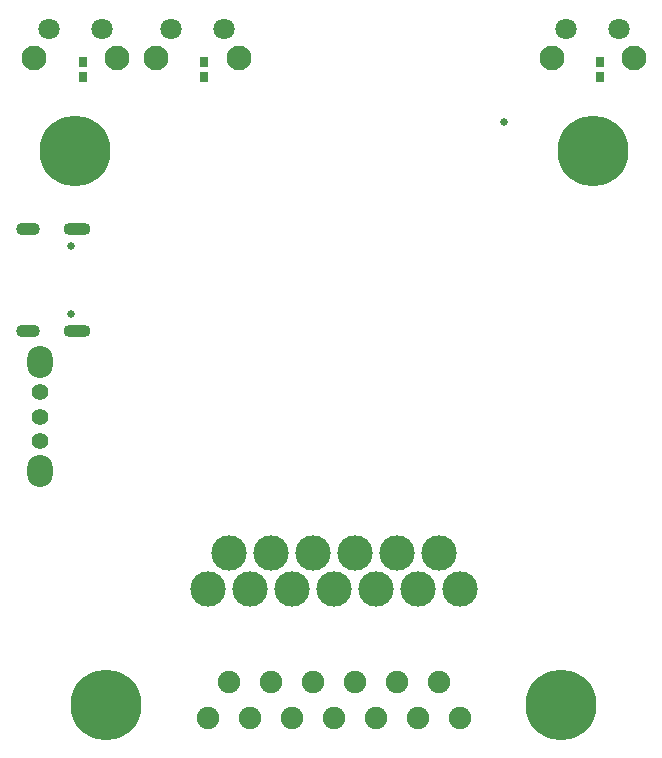
<source format=gbr>
G04 DipTrace 3.3.1.3*
G04 TopMask.gbr*
%MOIN*%
G04 #@! TF.FileFunction,Soldermask,Top*
G04 #@! TF.Part,Single*
%ADD19C,0.024999*%
%ADD21R,0.027559X0.035433*%
%ADD38C,0.074803*%
%ADD65C,0.23622*%
%ADD66C,0.025591*%
%ADD104C,0.055118*%
%ADD106O,0.086614X0.106299*%
%ADD108C,0.082677*%
%ADD109C,0.070866*%
%ADD116C,0.11811*%
%ADD118O,0.090551X0.043307*%
%ADD120O,0.07874X0.043307*%
%FSLAX26Y26*%
G04*
G70*
G90*
G75*
G01*
G04 TopMask*
%LPD*%
D21*
X631203Y2699953D3*
Y2751134D3*
X1037454Y2699954D3*
Y2751135D3*
X2356203Y2699953D3*
Y2751134D3*
D65*
X2331203Y2456203D3*
X606203D3*
X2227759Y609747D3*
X709648D3*
D38*
X1048231Y564913D3*
X1118310Y684992D3*
X1188388Y564913D3*
X1258467Y684992D3*
X1328546Y564913D3*
X1398625Y684992D3*
X1468703Y564913D3*
X1538782Y684992D3*
X1608861Y564913D3*
X1678940Y684992D3*
X1749018Y564913D3*
X1819097Y684992D3*
X1889176Y564913D3*
D120*
X448116Y1854225D3*
Y2194382D3*
D118*
X612683Y1854225D3*
Y2194382D3*
D66*
X592998Y1910524D3*
Y2138083D3*
D116*
X1889176Y996164D3*
X1819097Y1116243D3*
X1749018Y996164D3*
X1678940Y1116243D3*
X1608861Y996164D3*
X1538782Y1116243D3*
X1468703Y996164D3*
X1398625Y1116243D3*
X1328546Y996164D3*
X1258467Y1116243D3*
X1188388Y996164D3*
X1118310Y1116243D3*
X1048231Y996164D3*
D109*
X924953Y2862453D3*
X1102118D3*
D108*
X875740Y2764028D3*
X1151331D3*
D109*
X2243703Y2863011D3*
X2420869D3*
D108*
X2194491Y2764585D3*
X2470081D3*
D109*
X518703Y2862463D3*
X695869D3*
D108*
X469491Y2764038D3*
X745081D3*
D106*
X489256Y1749877D3*
D104*
Y1649867D3*
Y1568627D3*
Y1487377D3*
D106*
Y1387367D3*
D19*
X2037453Y2549953D3*
M02*

</source>
